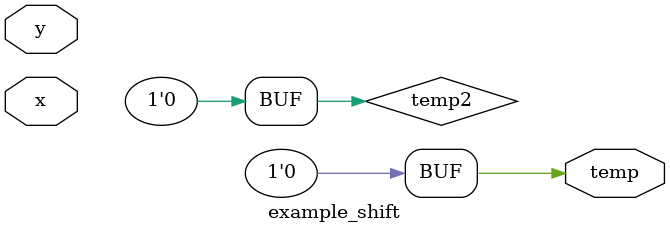
<source format=v>
module example_shift(x, y, temp);
input x;
input y;
output reg temp;
reg signed temp2;

always @(*) begin
	temp = x << 1; // shift left by 1
	temp = x >> 3; // shift right by 3
	temp2 = x <<< y; // shift left by y, keep sign
	temp2 = x >>> 1; // shift right by 1, keep sign
end

endmodule
</source>
